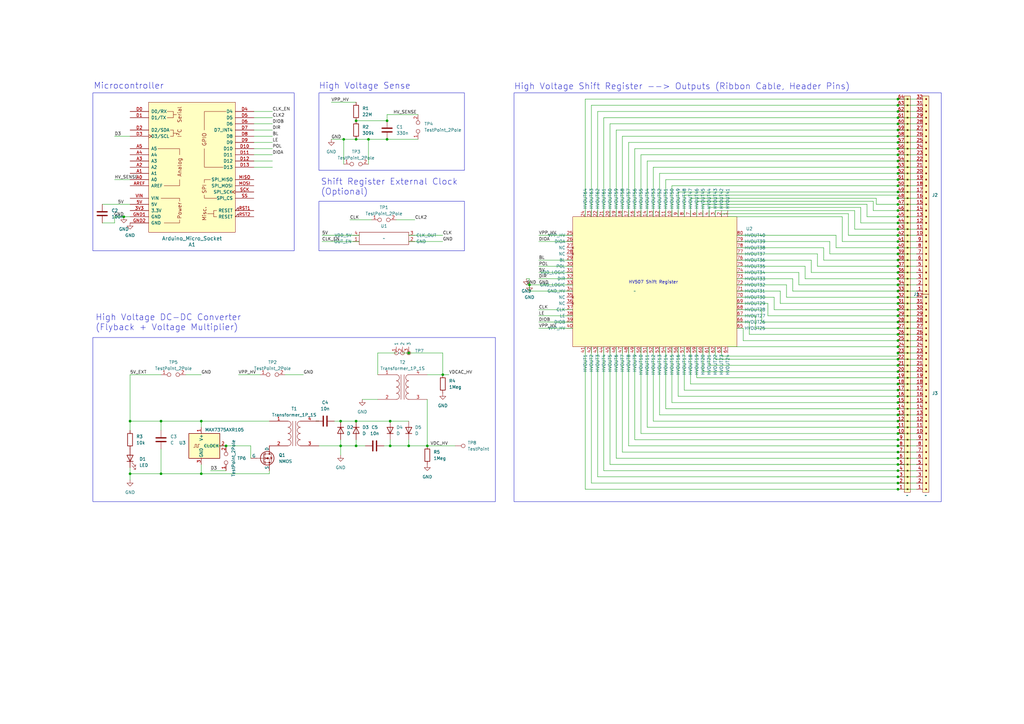
<source format=kicad_sch>
(kicad_sch (version 20231120) (generator "eeschema") (generator_version "8.0")
  (paper "A3")
  (junction (at 160.02 172.72))
  (junction (at 368.3 182.88))
  (junction (at 368.3 195.58))
  (junction (at 368.3 101.6))
  (junction (at 368.3 40.64))
  (junction (at 368.3 200.66))
  (junction (at 368.3 60.96))
  (junction (at 368.3 160.02))
  (junction (at 53.34 172.72))
  (junction (at 368.3 58.42))
  (junction (at 160.02 182.88))
  (junction (at 368.3 55.88))
  (junction (at 368.3 177.8))
  (junction (at 368.3 180.34))
  (junction (at 368.3 162.56))
  (junction (at 368.3 119.38))
  (junction (at 368.3 129.54))
  (junction (at 368.3 198.12))
  (junction (at 146.05 57.15))
  (junction (at 368.3 187.96))
  (junction (at 139.7 172.72))
  (junction (at 368.3 185.42))
  (junction (at 167.64 182.88))
  (junction (at 368.3 78.74))
  (junction (at 368.3 53.34))
  (junction (at 158.75 49.53))
  (junction (at 368.3 137.16))
  (junction (at 368.3 152.4))
  (junction (at 368.3 76.2))
  (junction (at 368.3 167.64))
  (junction (at 368.3 96.52))
  (junction (at 368.3 99.06))
  (junction (at 146.05 172.72))
  (junction (at 368.3 81.28))
  (junction (at 368.3 134.62))
  (junction (at 368.3 154.94))
  (junction (at 368.3 170.18))
  (junction (at 368.3 132.08))
  (junction (at 368.3 144.78))
  (junction (at 368.3 114.3))
  (junction (at 368.3 157.48))
  (junction (at 368.3 111.76))
  (junction (at 368.3 149.86))
  (junction (at 368.3 66.04))
  (junction (at 66.04 172.72))
  (junction (at 368.3 86.36))
  (junction (at 368.3 142.24))
  (junction (at 368.3 91.44))
  (junction (at 82.55 194.31))
  (junction (at 53.34 194.31))
  (junction (at 368.3 43.18))
  (junction (at 368.3 73.66))
  (junction (at 368.3 172.72))
  (junction (at 66.04 194.31))
  (junction (at 368.3 50.8))
  (junction (at 368.3 116.84))
  (junction (at 167.64 144.78))
  (junction (at 368.3 124.46))
  (junction (at 368.3 106.68))
  (junction (at 92.71 182.88))
  (junction (at 368.3 147.32))
  (junction (at 368.3 193.04))
  (junction (at 368.3 104.14))
  (junction (at 368.3 45.72))
  (junction (at 50.8 88.9))
  (junction (at 368.3 93.98))
  (junction (at 158.75 57.15))
  (junction (at 181.61 153.67))
  (junction (at 368.3 88.9))
  (junction (at 368.3 83.82))
  (junction (at 140.97 57.15))
  (junction (at 368.3 165.1))
  (junction (at 368.3 175.26))
  (junction (at 368.3 109.22))
  (junction (at 82.55 172.72))
  (junction (at 368.3 139.7))
  (junction (at 151.13 57.15))
  (junction (at 368.3 63.5))
  (junction (at 368.3 127))
  (junction (at 368.3 71.12))
  (junction (at 175.26 182.88))
  (junction (at 368.3 68.58))
  (junction (at 146.05 182.88))
  (junction (at 139.7 182.88))
  (junction (at 146.05 49.53))
  (junction (at 368.3 190.5))
  (junction (at 368.3 48.26))
  (junction (at 368.3 121.92))
  (junction (at 217.17 116.84))
  (wire (pts (xy 368.3 45.72) (xy 375.92 45.72)))
  (wire (pts (xy 368.3 165.1) (xy 375.92 165.1)))
  (wire (pts (xy 368.3 76.2) (xy 375.92 76.2)))
  (wire (pts (xy 368.3 50.8) (xy 375.92 50.8)))
  (wire (pts (xy 290.83 149.86) (xy 368.3 149.86)))
  (wire (pts (xy 92.71 182.88) (xy 83.82 182.88)))
  (wire (pts (xy 53.34 172.72) (xy 53.34 176.53)))
  (wire (pts (xy 302.26 101.6) (xy 337.82 101.6)))
  (wire (pts (xy 368.3 109.22) (xy 375.92 109.22)))
  (wire (pts (xy 111.76 63.5) (xy 104.14 63.5)))
  (wire (pts (xy 368.3 116.84) (xy 375.92 116.84)))
  (wire (pts (xy 262.89 88.9) (xy 262.89 63.5)))
  (wire (pts (xy 368.3 81.28) (xy 375.92 81.28)))
  (wire (pts (xy 82.55 190.5) (xy 82.55 194.31)))
  (wire (pts (xy 368.3 182.88) (xy 257.81 182.88)))
  (wire (pts (xy 135.89 41.91) (xy 146.05 41.91)))
  (wire (pts (xy 116.84 153.67) (xy 124.46 153.67)))
  (wire (pts (xy 368.3 146.05) (xy 368.3 144.78)))
  (wire (pts (xy 260.35 180.34) (xy 368.3 180.34)))
  (wire (pts (xy 368.3 86.36) (xy 358.14 86.36)))
  (wire (pts (xy 302.26 116.84) (xy 322.58 116.84)))
  (wire (pts (xy 158.75 57.15) (xy 171.45 57.15)))
  (wire (pts (xy 240.03 200.66) (xy 368.3 200.66)))
  (wire (pts (xy 368.3 154.94) (xy 375.92 154.94)))
  (wire (pts (xy 358.14 82.55) (xy 285.75 82.55)))
  (wire (pts (xy 368.3 101.6) (xy 375.92 101.6)))
  (wire (pts (xy 167.64 96.52) (xy 181.61 96.52)))
  (wire (pts (xy 304.8 134.62) (xy 302.26 134.62)))
  (wire (pts (xy 353.06 85.09) (xy 290.83 85.09)))
  (wire (pts (xy 273.05 73.66) (xy 368.3 73.66)))
  (wire (pts (xy 368.3 127) (xy 375.92 127)))
  (wire (pts (xy 295.91 146.05) (xy 368.3 146.05)))
  (wire (pts (xy 368.3 114.3) (xy 375.92 114.3)))
  (wire (pts (xy 368.3 80.01) (xy 368.3 81.28)))
  (wire (pts (xy 280.67 80.01) (xy 280.67 88.9)))
  (wire (pts (xy 82.55 194.31) (xy 110.49 194.31)))
  (wire (pts (xy 295.91 88.9) (xy 295.91 87.63)))
  (wire (pts (xy 257.81 58.42) (xy 368.3 58.42)))
  (wire (pts (xy 368.3 48.26) (xy 375.92 48.26)))
  (wire (pts (xy 252.73 88.9) (xy 252.73 53.34)))
  (wire (pts (xy 46.99 88.9) (xy 46.99 91.44)))
  (wire (pts (xy 368.3 73.66) (xy 375.92 73.66)))
  (wire (pts (xy 368.3 58.42) (xy 375.92 58.42)))
  (wire (pts (xy 288.29 88.9) (xy 288.29 83.82)))
  (wire (pts (xy 368.3 170.18) (xy 375.92 170.18)))
  (wire (pts (xy 368.3 147.32) (xy 293.37 147.32)))
  (wire (pts (xy 359.41 81.28) (xy 359.41 83.82)))
  (wire (pts (xy 355.6 83.82) (xy 355.6 88.9)))
  (wire (pts (xy 288.29 152.4) (xy 288.29 142.24)))
  (wire (pts (xy 368.3 195.58) (xy 375.92 195.58)))
  (wire (pts (xy 111.76 50.8) (xy 104.14 50.8)))
  (wire (pts (xy 111.76 68.58) (xy 104.14 68.58)))
  (wire (pts (xy 111.76 53.34) (xy 104.14 53.34)))
  (wire (pts (xy 368.3 91.44) (xy 375.92 91.44)))
  (wire (pts (xy 368.3 152.4) (xy 375.92 152.4)))
  (wire (pts (xy 111.76 45.72) (xy 104.14 45.72)))
  (wire (pts (xy 250.19 142.24) (xy 250.19 190.5)))
  (wire (pts (xy 368.3 172.72) (xy 267.97 172.72)))
  (wire (pts (xy 76.2 153.67) (xy 82.55 153.67)))
  (wire (pts (xy 280.67 160.02) (xy 368.3 160.02)))
  (wire (pts (xy 295.91 87.63) (xy 347.98 87.63)))
  (wire (pts (xy 307.34 137.16) (xy 368.3 137.16)))
  (wire (pts (xy 290.83 85.09) (xy 290.83 88.9)))
  (wire (pts (xy 255.27 88.9) (xy 255.27 55.88)))
  (wire (pts (xy 135.89 57.15) (xy 140.97 57.15)))
  (wire (pts (xy 368.3 185.42) (xy 375.92 185.42)))
  (wire (pts (xy 368.3 129.54) (xy 375.92 129.54)))
  (wire (pts (xy 368.3 180.34) (xy 375.92 180.34)))
  (wire (pts (xy 265.43 142.24) (xy 265.43 175.26)))
  (wire (pts (xy 146.05 49.53) (xy 158.75 49.53)))
  (wire (pts (xy 368.3 177.8) (xy 262.89 177.8)))
  (wire (pts (xy 92.71 182.88) (xy 102.87 182.88)))
  (wire (pts (xy 270.51 170.18) (xy 368.3 170.18)))
  (wire (pts (xy 160.02 180.34) (xy 160.02 182.88)))
  (wire (pts (xy 220.98 132.08) (xy 234.95 132.08)))
  (wire (pts (xy 275.59 165.1) (xy 368.3 165.1)))
  (wire (pts (xy 262.89 63.5) (xy 368.3 63.5)))
  (wire (pts (xy 265.43 88.9) (xy 265.43 66.04)))
  (wire (pts (xy 53.34 153.67) (xy 66.04 153.67)))
  (wire (pts (xy 220.98 129.54) (xy 234.95 129.54)))
  (wire (pts (xy 309.88 134.62) (xy 309.88 129.54)))
  (wire (pts (xy 217.17 119.38) (xy 217.17 116.84)))
  (wire (pts (xy 181.61 153.67) (xy 184.15 153.67)))
  (wire (pts (xy 293.37 147.32) (xy 293.37 142.24)))
  (wire (pts (xy 66.04 194.31) (xy 82.55 194.31)))
  (wire (pts (xy 368.3 144.78) (xy 375.92 144.78)))
  (wire (pts (xy 215.9 116.84) (xy 217.17 116.84)))
  (wire (pts (xy 368.3 147.32) (xy 375.92 147.32)))
  (wire (pts (xy 50.8 88.9) (xy 46.99 88.9)))
  (wire (pts (xy 250.19 50.8) (xy 368.3 50.8)))
  (wire (pts (xy 245.11 142.24) (xy 245.11 195.58)))
  (wire (pts (xy 359.41 83.82) (xy 368.3 83.82)))
  (wire (pts (xy 146.05 172.72) (xy 160.02 172.72)))
  (wire (pts (xy 368.3 182.88) (xy 375.92 182.88)))
  (wire (pts (xy 368.3 121.92) (xy 375.92 121.92)))
  (wire (pts (xy 302.26 121.92) (xy 317.5 121.92)))
  (wire (pts (xy 283.21 88.9) (xy 283.21 81.28)))
  (wire (pts (xy 273.05 167.64) (xy 273.05 142.24)))
  (wire (pts (xy 143.51 90.17) (xy 152.4 90.17)))
  (wire (pts (xy 167.64 182.88) (xy 175.26 182.88)))
  (wire (pts (xy 157.48 182.88) (xy 160.02 182.88)))
  (wire (pts (xy 66.04 172.72) (xy 53.34 172.72)))
  (wire (pts (xy 217.17 116.84) (xy 217.17 114.3)))
  (wire (pts (xy 368.3 157.48) (xy 375.92 157.48)))
  (wire (pts (xy 342.9 101.6) (xy 368.3 101.6)))
  (wire (pts (xy 86.36 193.04) (xy 92.71 193.04)))
  (wire (pts (xy 252.73 187.96) (xy 252.73 142.24)))
  (wire (pts (xy 368.3 88.9) (xy 375.92 88.9)))
  (wire (pts (xy 368.3 152.4) (xy 288.29 152.4)))
  (wire (pts (xy 368.3 80.01) (xy 280.67 80.01)))
  (wire (pts (xy 102.87 182.88) (xy 102.87 187.96)))
  (wire (pts (xy 368.3 53.34) (xy 375.92 53.34)))
  (wire (pts (xy 340.36 99.06) (xy 302.26 99.06)))
  (wire (pts (xy 66.04 172.72) (xy 82.55 172.72)))
  (wire (pts (xy 66.04 194.31) (xy 53.34 194.31)))
  (wire (pts (xy 353.06 91.44) (xy 353.06 85.09)))
  (wire (pts (xy 350.52 93.98) (xy 368.3 93.98)))
  (wire (pts (xy 368.3 111.76) (xy 375.92 111.76)))
  (wire (pts (xy 368.3 193.04) (xy 375.92 193.04)))
  (wire (pts (xy 368.3 55.88) (xy 375.92 55.88)))
  (wire (pts (xy 368.3 198.12) (xy 375.92 198.12)))
  (wire (pts (xy 267.97 172.72) (xy 267.97 142.24)))
  (wire (pts (xy 368.3 66.04) (xy 375.92 66.04)))
  (wire (pts (xy 368.3 142.24) (xy 375.92 142.24)))
  (wire (pts (xy 317.5 121.92) (xy 317.5 127)))
  (wire (pts (xy 368.3 63.5) (xy 375.92 63.5)))
  (wire (pts (xy 111.76 58.42) (xy 104.14 58.42)))
  (wire (pts (xy 368.3 99.06) (xy 375.92 99.06)))
  (wire (pts (xy 111.76 60.96) (xy 104.14 60.96)))
  (wire (pts (xy 368.3 139.7) (xy 375.92 139.7)))
  (wire (pts (xy 368.3 71.12) (xy 375.92 71.12)))
  (wire (pts (xy 146.05 180.34) (xy 146.05 182.88)))
  (wire (pts (xy 217.17 119.38) (xy 234.95 119.38)))
  (wire (pts (xy 220.98 114.3) (xy 234.95 114.3)))
  (wire (pts (xy 320.04 124.46) (xy 320.04 119.38)))
  (wire (pts (xy 290.83 142.24) (xy 290.83 149.86)))
  (wire (pts (xy 247.65 48.26) (xy 368.3 48.26)))
  (wire (pts (xy 220.98 111.76) (xy 234.95 111.76)))
  (wire (pts (xy 275.59 76.2) (xy 368.3 76.2)))
  (wire (pts (xy 368.3 91.44) (xy 353.06 91.44)))
  (wire (pts (xy 240.03 40.64) (xy 368.3 40.64)))
  (wire (pts (xy 146.05 182.88) (xy 149.86 182.88)))
  (wire (pts (xy 368.3 172.72) (xy 375.92 172.72)))
  (wire (pts (xy 368.3 193.04) (xy 247.65 193.04)))
  (wire (pts (xy 368.3 119.38) (xy 375.92 119.38)))
  (wire (pts (xy 220.98 99.06) (xy 234.95 99.06)))
  (wire (pts (xy 139.7 180.34) (xy 139.7 182.88)))
  (wire (pts (xy 53.34 88.9) (xy 50.8 88.9)))
  (wire (pts (xy 220.98 109.22) (xy 234.95 109.22)))
  (wire (pts (xy 171.45 46.99) (xy 158.75 46.99)))
  (wire (pts (xy 220.98 134.62) (xy 234.95 134.62)))
  (wire (pts (xy 181.61 144.78) (xy 167.64 144.78)))
  (wire (pts (xy 285.75 82.55) (xy 285.75 88.9)))
  (wire (pts (xy 293.37 86.36) (xy 350.52 86.36)))
  (wire (pts (xy 41.91 83.82) (xy 53.34 83.82)))
  (wire (pts (xy 368.3 99.06) (xy 345.44 99.06)))
  (wire (pts (xy 252.73 53.34) (xy 368.3 53.34)))
  (wire (pts (xy 148.59 163.83) (xy 154.94 163.83)))
  (wire (pts (xy 167.64 99.06) (xy 181.61 99.06)))
  (wire (pts (xy 302.26 127) (xy 312.42 127)))
  (wire (pts (xy 46.99 91.44) (xy 41.91 91.44)))
  (wire (pts (xy 278.13 78.74) (xy 368.3 78.74)))
  (wire (pts (xy 257.81 88.9) (xy 257.81 58.42)))
  (wire (pts (xy 140.97 57.15) (xy 146.05 57.15)))
  (wire (pts (xy 285.75 154.94) (xy 368.3 154.94)))
  (wire (pts (xy 82.55 172.72) (xy 82.55 175.26)))
  (wire (pts (xy 368.3 83.82) (xy 375.92 83.82)))
  (wire (pts (xy 160.02 172.72) (xy 167.64 172.72)))
  (wire (pts (xy 368.3 177.8) (xy 375.92 177.8)))
  (wire (pts (xy 368.3 175.26) (xy 375.92 175.26)))
  (wire (pts (xy 335.28 104.14) (xy 302.26 104.14)))
  (wire (pts (xy 368.3 162.56) (xy 375.92 162.56)))
  (wire (pts (xy 317.5 127) (xy 368.3 127)))
  (wire (pts (xy 158.75 46.99) (xy 158.75 49.53)))
  (wire (pts (xy 288.29 83.82) (xy 355.6 83.82)))
  (wire (pts (xy 332.74 111.76) (xy 368.3 111.76)))
  (wire (pts (xy 355.6 88.9) (xy 368.3 88.9)))
  (wire (pts (xy 255.27 185.42) (xy 368.3 185.42)))
  (wire (pts (xy 368.3 167.64) (xy 273.05 167.64)))
  (wire (pts (xy 273.05 88.9) (xy 273.05 73.66)))
  (wire (pts (xy 110.49 194.31) (xy 110.49 193.04)))
  (wire (pts (xy 368.3 106.68) (xy 375.92 106.68)))
  (wire (pts (xy 154.94 144.78) (xy 154.94 153.67)))
  (wire (pts (xy 139.7 172.72) (xy 146.05 172.72)))
  (wire (pts (xy 242.57 88.9) (xy 242.57 43.18)))
  (wire (pts (xy 368.3 109.22) (xy 335.28 109.22)))
  (wire (pts (xy 111.76 48.26) (xy 104.14 48.26)))
  (wire (pts (xy 97.79 153.67) (xy 106.68 153.67)))
  (wire (pts (xy 260.35 142.24) (xy 260.35 180.34)))
  (wire (pts (xy 130.81 172.72) (xy 129.54 172.72)))
  (wire (pts (xy 137.16 172.72) (xy 139.7 172.72)))
  (wire (pts (xy 130.81 182.88) (xy 139.7 182.88)))
  (wire (pts (xy 368.3 104.14) (xy 375.92 104.14)))
  (wire (pts (xy 302.26 106.68) (xy 332.74 106.68)))
  (wire (pts (xy 140.97 57.15) (xy 140.97 67.31)))
  (wire (pts (xy 181.61 144.78) (xy 181.61 153.67)))
  (wire (pts (xy 242.57 142.24) (xy 242.57 198.12)))
  (wire (pts (xy 265.43 175.26) (xy 368.3 175.26)))
  (wire (pts (xy 146.05 57.15) (xy 151.13 57.15)))
  (wire (pts (xy 327.66 116.84) (xy 368.3 116.84)))
  (wire (pts (xy 167.64 180.34) (xy 167.64 182.88)))
  (wire (pts (xy 368.3 134.62) (xy 309.88 134.62)))
  (wire (pts (xy 368.3 119.38) (xy 325.12 119.38)))
  (wire (pts (xy 220.98 127) (xy 234.95 127)))
  (wire (pts (xy 53.34 194.31) (xy 53.34 191.77)))
  (wire (pts (xy 368.3 190.5) (xy 375.92 190.5)))
  (wire (pts (xy 368.3 134.62) (xy 375.92 134.62)))
  (wire (pts (xy 337.82 101.6) (xy 337.82 106.68)))
  (wire (pts (xy 270.51 142.24) (xy 270.51 170.18)))
  (wire (pts (xy 139.7 182.88) (xy 146.05 182.88)))
  (wire (pts (xy 255.27 142.24) (xy 255.27 185.42)))
  (wire (pts (xy 53.34 153.67) (xy 53.34 172.72)))
  (wire (pts (xy 298.45 142.24) (xy 368.3 142.24)))
  (wire (pts (xy 242.57 198.12) (xy 368.3 198.12)))
  (wire (pts (xy 368.3 93.98) (xy 375.92 93.98)))
  (wire (pts (xy 302.26 124.46) (xy 314.96 124.46)))
  (wire (pts (xy 342.9 96.52) (xy 342.9 101.6)))
  (wire (pts (xy 330.2 114.3) (xy 330.2 109.22)))
  (wire (pts (xy 245.11 195.58) (xy 368.3 195.58)))
  (wire (pts (xy 245.11 88.9) (xy 245.11 45.72)))
  (wire (pts (xy 151.13 57.15) (xy 151.13 67.31)))
  (wire (pts (xy 368.3 68.58) (xy 375.92 68.58)))
  (wire (pts (xy 302.26 111.76) (xy 327.66 111.76)))
  (wire (pts (xy 162.56 90.17) (xy 170.18 90.17)))
  (wire (pts (xy 320.04 124.46) (xy 368.3 124.46)))
  (wire (pts (xy 368.3 86.36) (xy 375.92 86.36)))
  (wire (pts (xy 46.99 55.88) (xy 53.34 55.88)))
  (wire (pts (xy 262.89 177.8) (xy 262.89 142.24)))
  (wire (pts (xy 111.76 55.88) (xy 104.14 55.88)))
  (wire (pts (xy 285.75 142.24) (xy 285.75 154.94)))
  (wire (pts (xy 368.3 200.66) (xy 375.92 200.66)))
  (wire (pts (xy 325.12 114.3) (xy 302.26 114.3)))
  (wire (pts (xy 132.08 96.52) (xy 147.32 96.52)))
  (wire (pts (xy 250.19 88.9) (xy 250.19 50.8)))
  (wire (pts (xy 314.96 129.54) (xy 314.96 124.46)))
  (wire (pts (xy 368.3 187.96) (xy 375.92 187.96)))
  (wire (pts (xy 295.91 142.24) (xy 295.91 146.05)))
  (wire (pts (xy 368.3 139.7) (xy 304.8 139.7)))
  (wire (pts (xy 368.3 149.86) (xy 375.92 149.86)))
  (wire (pts (xy 302.26 96.52) (xy 342.9 96.52)))
  (wire (pts (xy 151.13 57.15) (xy 158.75 57.15)))
  (wire (pts (xy 278.13 88.9) (xy 278.13 78.74)))
  (wire (pts (xy 175.26 153.67) (xy 181.61 153.67)))
  (wire (pts (xy 368.3 114.3) (xy 330.2 114.3)))
  (wire (pts (xy 350.52 86.36) (xy 350.52 93.98)))
  (wire (pts (xy 66.04 176.53) (xy 66.04 172.72)))
  (wire (pts (xy 368.3 104.14) (xy 340.36 104.14)))
  (wire (pts (xy 165.1 144.78) (xy 167.64 144.78)))
  (wire (pts (xy 220.98 106.68) (xy 234.95 106.68)))
  (wire (pts (xy 345.44 88.9) (xy 345.44 99.06)))
  (wire (pts (xy 368.3 187.96) (xy 252.73 187.96)))
  (wire (pts (xy 247.65 193.04) (xy 247.65 142.24)))
  (wire (pts (xy 368.3 60.96) (xy 375.92 60.96)))
  (wire (pts (xy 358.14 86.36) (xy 358.14 82.55)))
  (wire (pts (xy 175.26 182.88) (xy 186.69 182.88)))
  (wire (pts (xy 260.35 88.9) (xy 260.35 60.96)))
  (wire (pts (xy 368.3 162.56) (xy 278.13 162.56)))
  (wire (pts (xy 53.34 196.85) (xy 53.34 194.31)))
  (wire (pts (xy 247.65 88.9) (xy 247.65 48.26)))
  (wire (pts (xy 139.7 182.88) (xy 139.7 186.69)))
  (wire (pts (xy 304.8 139.7) (xy 304.8 134.62)))
  (wire (pts (xy 267.97 68.58) (xy 368.3 68.58)))
  (wire (pts (xy 275.59 88.9) (xy 275.59 76.2)))
  (wire (pts (xy 265.43 66.04) (xy 368.3 66.04)))
  (wire (pts (xy 283.21 157.48) (xy 283.21 142.24)))
  (wire (pts (xy 280.67 142.24) (xy 280.67 160.02)))
  (wire (pts (xy 302.26 129.54) (xy 309.88 129.54)))
  (wire (pts (xy 46.99 73.66) (xy 53.34 73.66)))
  (wire (pts (xy 368.3 160.02) (xy 375.92 160.02)))
  (wire (pts (xy 368.3 157.48) (xy 283.21 157.48)))
  (wire (pts (xy 337.82 106.68) (xy 368.3 106.68)))
  (wire (pts (xy 242.57 43.18) (xy 368.3 43.18)))
  (wire (pts (xy 368.3 132.08) (xy 375.92 132.08)))
  (wire (pts (xy 278.13 162.56) (xy 278.13 142.24)))
  (wire (pts (xy 368.3 167.64) (xy 375.92 167.64)))
  (wire (pts (xy 217.17 116.84) (xy 234.95 116.84)))
  (wire (pts (xy 298.45 88.9) (xy 345.44 88.9)))
  (wire (pts (xy 275.59 142.24) (xy 275.59 165.1)))
  (wire (pts (xy 368.3 40.64) (xy 375.92 40.64)))
  (wire (pts (xy 240.03 88.9) (xy 240.03 40.64)))
  (wire (pts (xy 312.42 127) (xy 312.42 132.08)))
  (wire (pts (xy 347.98 96.52) (xy 368.3 96.52)))
  (wire (pts (xy 368.3 96.52) (xy 375.92 96.52)))
  (wire (pts (xy 132.08 99.06) (xy 147.32 99.06)))
  (wire (pts (xy 312.42 132.08) (xy 368.3 132.08)))
  (wire (pts (xy 66.04 184.15) (xy 66.04 194.31)))
  (wire (pts (xy 240.03 142.24) (xy 240.03 200.66)))
  (wire (pts (xy 250.19 190.5) (xy 368.3 190.5)))
  (wire (pts (xy 368.3 129.54) (xy 314.96 129.54)))
  (wire (pts (xy 368.3 78.74) (xy 375.92 78.74)))
  (wire (pts (xy 82.55 172.72) (xy 110.49 172.72)))
  (wire (pts (xy 332.74 106.68) (xy 332.74 111.76)))
  (wire (pts (xy 368.3 124.46) (xy 375.92 124.46)))
  (wire (pts (xy 322.58 116.84) (xy 322.58 121.92)))
  (wire (pts (xy 154.94 144.78) (xy 162.56 144.78)))
  (wire (pts (xy 302.26 132.08) (xy 307.34 132.08)))
  (wire (pts (xy 335.28 109.22) (xy 335.28 104.14)))
  (wire (pts (xy 160.02 182.88) (xy 167.64 182.88)))
  (wire (pts (xy 325.12 119.38) (xy 325.12 114.3)))
  (wire (pts (xy 260.35 60.96) (xy 368.3 60.96)))
  (wire (pts (xy 245.11 45.72) (xy 368.3 45.72)))
  (wire (pts (xy 267.97 88.9) (xy 267.97 68.58)))
  (wire (pts (xy 347.98 87.63) (xy 347.98 96.52)))
  (wire (pts (xy 270.51 71.12) (xy 368.3 71.12)))
  (wire (pts (xy 340.36 104.14) (xy 340.36 99.06)))
  (wire (pts (xy 320.04 119.38) (xy 302.26 119.38)))
  (wire (pts (xy 368.3 137.16) (xy 375.92 137.16)))
  (wire (pts (xy 270.51 88.9) (xy 270.51 71.12)))
  (wire (pts (xy 327.66 111.76) (xy 327.66 116.84)))
  (wire (pts (xy 307.34 132.08) (xy 307.34 137.16)))
  (wire (pts (xy 322.58 121.92) (xy 368.3 121.92)))
  (wire (pts (xy 368.3 43.18) (xy 375.92 43.18)))
  (wire (pts (xy 330.2 109.22) (xy 302.26 109.22)))
  (wire (pts (xy 220.98 96.52) (xy 234.95 96.52)))
  (wire (pts (xy 175.26 163.83) (xy 175.26 182.88)))
  (wire (pts (xy 217.17 114.3) (xy 215.9 114.3)))
  (wire (pts (xy 255.27 55.88) (xy 368.3 55.88)))
  (wire (pts (xy 257.81 182.88) (xy 257.81 142.24)))
  (wire (pts (xy 283.21 81.28) (xy 359.41 81.28)))
  (wire (pts (xy 111.76 66.04) (xy 104.14 66.04)))
  (wire (pts (xy 293.37 88.9) (xy 293.37 86.36)))
  (rectangle (start 210.82 38.1) (end 386.08 205.74))
  (rectangle (start 130.81 82.55) (end 190.5 102.87))
  (rectangle (start 38.1 38.1) (end 120.65 102.87))
  (rectangle (start 38.1 138.43) (end 203.2 205.74))
  (rectangle (start 130.81 38.1) (end 190.5 69.85))
  (text "HV507 Shift Register" (at 257.81 115.824 0) (effects (font (size 1.27 1.27)) (justify left)))
  (text "High Voltage DC-DC Converter\n(Flyback + Voltage Multiplier)" (at 39.116 132.334 0) (effects (font (size 2.54 2.54)) (justify left)))
  (text "High Voltage Shift Register --> Outputs (Ribbon Cable, Header Pins)" (at 210.82 35.56 0) (effects (font (size 2.54 2.54)) (justify left)))
  (text "Shift Register External Clock\n(Optional)" (at 131.572 76.708 0) (effects (font (size 2.54 2.54)) (justify left)))
  (text "Microcontroller" (at 52.832 35.306 0) (effects (font (size 2.54 2.54))))
  (text "High Voltage Sense" (at 149.606 35.306 0) (effects (font (size 2.54 2.54))))
  (label "VPP_HV" (at 220.98 134.62 0))
  (label "VPP_HV" (at 135.89 41.91 0))
  (label "DIOA" (at 111.76 63.5 0))
  (label "DIR" (at 220.98 114.3 0))
  (label "LE" (at 111.76 58.42 0))
  (label "DIOA" (at 220.98 99.06 0))
  (label "CLK_EN" (at 111.76 45.72 0))
  (label "GND" (at 135.89 57.15 0))
  (label "DIR" (at 111.76 53.34 0))
  (label "VDC_HV" (at 176.53 182.88 0))
  (label "HV_SENSE" (at 46.99 73.66 0))
  (label "D3" (at 86.36 193.04 0))
  (label "HV_SENSE" (at 161.29 46.99 0))
  (label "CLK2" (at 111.76 48.26 0))
  (label "5V" (at 132.08 96.52 0))
  (label "POL" (at 220.98 109.22 0))
  (label "GND" (at 220.98 116.84 0))
  (label "VDCAC_HV" (at 184.15 153.67 0))
  (label "GND" (at 82.55 153.67 0))
  (label "GND" (at 124.46 153.67 0))
  (label "CLK_EN" (at 132.08 99.06 0))
  (label "LE" (at 220.98 129.54 0))
  (label "CLK" (at 220.98 127 0))
  (label "BL" (at 111.76 55.88 0))
  (label "CLK" (at 181.61 96.52 0))
  (label "BL" (at 220.98 106.68 0))
  (label "CLK" (at 143.51 90.17 0))
  (label "5V" (at 220.98 111.76 0))
  (label "CLK2" (at 170.18 90.17 0))
  (label "GND" (at 215.9 116.84 0))
  (label "D3" (at 46.99 55.88 0))
  (label "DIOB" (at 220.98 132.08 0))
  (label "GND" (at 50.8 88.9 180))
  (label "VPP_HV" (at 220.98 96.52 0))
  (label "5V_EXT" (at 53.34 153.67 0))
  (label "5V" (at 50.8 83.82 180))
  (label "VPP_HV" (at 97.79 153.67 0))
  (label "DIOB" (at 111.76 50.8 0))
  (label "POL" (at 111.76 60.96 0))
  (label "GND" (at 181.61 99.06 0))
  (symbol (lib_id "User_Defined_Custom_Components:CONN_HEADER_VERT_32x1POS_2.54MM") (at 379.73 203.2 180) (unit 1)
    (property "Reference" "J3" (at 382.27 161.29 0) (effects (justify right)))
    (property "Value" "~" (at 379.73 203.2 0))
    (property "Footprint" "User_Defined_Custom_Components:CF25321D0R0-10-NH" (effects (hide yes)))
  )
  (symbol (lib_id "Connector:TestPoint_2Pole") (at 92.71 187.96 90) (unit 1)
    (property "Reference" "TP6" (at 97.282 187.96 90) (effects (justify right)))
    (property "Value" "TestPoint_2Pole" (at 95.758 195.58 0) (effects (justify left)))
    (property "Footprint" "Connector_PinHeader_2.54mm:PinHeader_1x02_P2.54mm_Vertical" (effects (hide yes)))
  )
  (symbol (lib_id "Device:C") (at 41.91 87.63 0) (unit 1)
    (property "Reference" "C2" (at 45.72 86.36 0) (effects (justify left)))
    (property "Value" "100n" (at 45.72 88.9 0) (effects (justify left)))
    (property "Footprint" "Capacitor_SMD:C_0603_1608Metric_Pad1.08x0.95mm_HandSolder" (effects (hide yes)))
  )
  (symbol (lib_id "Device:C") (at 158.75 53.34 0) (unit 1)
    (property "Reference" "C1" (at 162.56 52.07 0) (effects (justify left)))
    (property "Value" "330n" (at 162.56 54.61 0) (effects (justify left)))
    (property "Footprint" "Capacitor_SMD:C_0603_1608Metric_Pad1.08x0.95mm_HandSolder" (effects (hide yes)))
  )
  (symbol (lib_id "Device:C") (at 133.35 172.72 90) (unit 1)
    (property "Reference" "C4" (at 133.35 165.1 90))
    (property "Value" "10n" (at 133.35 167.64 90))
    (property "Footprint" "Capacitor_SMD:C_0603_1608Metric_Pad1.08x0.95mm_HandSolder" (effects (hide yes)))
  )
  (symbol (lib_id "power:GND") (at 50.8 88.9 0) (unit 1)
    (property "Reference" "#PWR02" (effects (hide yes)))
    (property "Value" "GND" (at 50.8 93.98 0))
  )
  (symbol (lib_id "power:GND") (at 217.17 116.84 0) (unit 1)
    (property "Reference" "#PWR04" (effects (hide yes)))
    (property "Value" "GND" (at 217.17 121.92 0))
  )
  (symbol (lib_id "power:GND") (at 175.26 190.5 0) (unit 1)
    (property "Reference" "#PWR010" (effects (hide yes)))
    (property "Value" "GND" (at 175.26 195.58 0))
  )
  (symbol (lib_id "Connector:TestPoint_2Pole") (at 157.48 90.17 0) (unit 1)
    (property "Reference" "TP1" (at 157.48 85.09 0))
    (property "Value" "TestPoint_2Pole" (at 157.48 87.63 0))
    (property "Footprint" "Connector_PinHeader_2.54mm:PinHeader_1x02_P2.54mm_Vertical" (effects (hide yes)))
  )
  (symbol (lib_id "power:GND") (at 53.34 196.85 0) (unit 1)
    (property "Reference" "#PWR06" (effects (hide yes)))
    (property "Value" "GND" (at 53.34 201.93 0))
  )
  (symbol (lib_id "PCM_arduino-library:Arduino_Micro_Socket") (at 78.74 68.58 0) (unit 1)
    (property "Reference" "A1" (at 78.74 100.33 0) (effects (font (size 1.524 1.524))))
    (property "Value" "Arduino_Micro_Socket" (at 78.74 97.79 0) (effects (font (size 1.524 1.524))))
    (property "Footprint" "User_Defined_Custom_Components:Arduino_Micro_Socket_ProbeRow" (effects (hide yes)))
    (property "Datasheet" "https://docs.arduino.cc/hardware/micro" (effects (hide yes)))
  )
  (symbol (lib_id "Device:D") (at 139.7 176.53 270) (unit 1)
    (property "Reference" "D2" (at 142.24 175.26 90) (effects (justify left)))
    (property "Value" "D" (at 142.24 177.8 90) (effects (justify left)))
    (property "Footprint" "Package_TO_SOT_THT:TO-220-2_Vertical" (effects (hide yes)))
    (property "Sim.Device" "D" (effects (hide yes)))
    (property "Sim.Pins" "1=K 2=A" (effects (hide yes)))
  )
  (symbol (lib_id "Device:R") (at 181.61 157.48 0) (unit 1)
    (property "Reference" "R4" (at 184.15 156.21 0) (effects (justify left)))
    (property "Value" "1Meg" (at 184.15 158.75 0) (effects (justify left)))
    (property "Footprint" "Resistor_SMD:R_0805_2012Metric_Pad1.20x1.40mm_HandSolder" (effects (hide yes)))
  )
  (symbol (lib_id "User_Defined_Custom_Components:CONN_HEADER_VERT_64x1POS_2.54MM") (at 372.11 203.2 180) (unit 1)
    (property "Reference" "J1" (at 374.65 120.65 0) (effects (justify right)))
    (property "Value" "~" (at 372.11 203.2 0))
    (property "Footprint" "User_Defined_Custom_Components:PinHeader_32x2_P2.54mm_Vertical2" (effects (hide yes)))
  )
  (symbol (lib_id "Device:Transformer_1P_1S") (at 120.65 177.8 0) (unit 1)
    (property "Reference" "T1" (at 120.6627 167.64 0))
    (property "Value" "Transformer_1P_1S" (at 120.6627 170.18 0))
    (property "Footprint" "User_Defined_Custom_Components:UA7868-AE Coupled Inductor" (effects (hide yes)))
  )
  (symbol (lib_id "Device:R") (at 53.34 180.34 0) (unit 1)
    (property "Reference" "R3" (at 55.88 179.07 0) (effects (justify left)))
    (property "Value" "10k" (at 55.88 181.61 0) (effects (justify left)))
    (property "Footprint" "Resistor_SMD:R_0805_2012Metric_Pad1.20x1.40mm_HandSolder" (effects (hide yes)))
  )
  (symbol (lib_id "User_Defined_Custom_Components:CONN_HEADER_VERT_32x1POS_2.54MM") (at 379.73 121.92 180) (unit 1)
    (property "Reference" "J2" (at 382.27 80.01 0) (effects (justify right)))
    (property "Value" "~" (at 379.73 121.92 0))
    (property "Footprint" "User_Defined_Custom_Components:CF25321D0R0-10-NH" (effects (hide yes)))
  )
  (symbol (lib_id "Connector:TestPoint_2Pole") (at 171.45 52.07 90) (unit 1)
    (property "Reference" "TP4" (at 173.99 50.8 90) (effects (justify right)))
    (property "Value" "TestPoint_2Pole" (at 173.99 53.34 90) (effects (justify right)))
    (property "Footprint" "Connector_PinHeader_2.54mm:PinHeader_1x02_P2.54mm_Vertical" (effects (hide yes)))
  )
  (symbol (lib_id "Device:C") (at 153.67 182.88 90) (unit 1)
    (property "Reference" "C5" (at 153.67 175.26 90))
    (property "Value" "10n" (at 153.67 177.8 90))
    (property "Footprint" "Capacitor_SMD:C_0603_1608Metric_Pad1.08x0.95mm_HandSolder" (effects (hide yes)))
  )
  (symbol (lib_id "Device:D") (at 146.05 176.53 270) (unit 1)
    (property "Reference" "D3" (at 148.59 175.26 90) (effects (justify left)))
    (property "Value" "D" (at 148.59 177.8 90) (effects (justify left)))
    (property "Footprint" "Diode_SMD:D_SOD-523" (effects (hide yes)))
    (property "Sim.Device" "D" (effects (hide yes)))
    (property "Sim.Pins" "1=K 2=A" (effects (hide yes)))
  )
  (symbol (lib_id "Device:D") (at 167.64 176.53 90) (unit 1)
    (property "Reference" "D5" (at 170.18 175.26 90) (effects (justify right)))
    (property "Value" "D" (at 170.18 177.8 90) (effects (justify right)))
    (property "Footprint" "Diode_SMD:D_SOD-523" (effects (hide yes)))
    (property "Sim.Device" "D" (effects (hide yes)))
    (property "Sim.Pins" "1=K 2=A" (effects (hide yes)))
  )
  (symbol (lib_id "power:GND") (at 181.61 161.29 0) (unit 1)
    (property "Reference" "#PWR08" (effects (hide yes)))
    (property "Value" "GND" (at 181.61 166.37 0))
  )
  (symbol (lib_id "Device:Transformer_1P_1S") (at 165.1 158.75 0) (unit 1)
    (property "Reference" "T2" (at 165.1127 148.59 0))
    (property "Value" "Transformer_1P_1S" (at 165.1127 151.13 0))
    (property "Footprint" "User_Defined_Custom_Components:LPD5030V 1-1 Coupled Inductor" (effects (hide yes)))
  )
  (symbol (lib_id "power:GND") (at 139.7 186.69 0) (unit 1)
    (property "Reference" "#PWR07" (effects (hide yes)))
    (property "Value" "GND" (at 139.7 191.77 0))
  )
  (symbol (lib_id "Simulation_SPICE:NMOS") (at 107.95 187.96 0) (unit 1)
    (property "Reference" "Q1" (at 114.3 186.69 0) (effects (justify left)))
    (property "Value" "NMOS" (at 114.3 189.23 0) (effects (justify left)))
    (property "Footprint" "Package_TO_SOT_SMD:SOT-883" (effects (hide yes)))
    (property "Datasheet" "https://ngspice.sourceforge.io/docs/ngspice-manual.pdf" (effects (hide yes)))
    (property "Sim.Device" "NMOS" (effects (hide yes)))
    (property "Sim.Type" "VDMOS" (effects (hide yes)))
    (property "Sim.Pins" "1=D 2=G 3=S" (effects (hide yes)))
  )
  (symbol (lib_id "Device:R") (at 146.05 45.72 0) (unit 1)
    (property "Reference" "R1" (at 148.59 44.45 0) (effects (justify left)))
    (property "Value" "22M" (at 148.59 46.99 0) (effects (justify left)))
    (property "Footprint" "Resistor_SMD:R_0805_2012Metric_Pad1.20x1.40mm_HandSolder" (effects (hide yes)))
  )
  (symbol (lib_id "Device:R") (at 175.26 186.69 0) (unit 1)
    (property "Reference" "R5" (at 177.8 185.42 0) (effects (justify left)))
    (property "Value" "1Meg" (at 177.8 187.96 0) (effects (justify left)))
    (property "Footprint" "Resistor_SMD:R_0805_2012Metric_Pad1.20x1.40mm_HandSolder" (effects (hide yes)))
  )
  (symbol (lib_id "power:GND") (at 215.9 114.3 0) (unit 1)
    (property "Reference" "#PWR03" (effects (hide yes)))
    (property "Value" "GND" (at 215.9 119.38 0))
  )
  (symbol (lib_id "User_Defined_Custom_Components:FK0800019Q") (at 157.48 97.79 0) (unit 1)
    (property "Reference" "U1" (at 157.48 92.71 0))
    (property "Value" "~" (at 157.48 97.79 0))
    (property "Footprint" "User_Defined_Custom_Components:SMD-4_3.2x2.5" (effects (hide yes)))
    (property "Datasheet" "https://www.digikey.com/en/products/detail/diodes-incorporated/FK0800019Q/9766338" (effects (hide yes)))
  )
  (symbol (lib_id "power:GND") (at 135.89 57.15 0) (unit 1)
    (property "Reference" "#PWR01" (effects (hide yes)))
    (property "Value" "GND" (at 135.89 62.23 0))
  )
  (symbol (lib_id "User_Defined_Custom_Components:TestPoint_3Pole") (at 165.1 144.78 0) (unit 1)
    (property "Reference" "TP7" (at 170.18 143.891 0) (effects (justify left)))
    (property "Value" "~" (at 163.83 144.78 0))
    (property "Footprint" "Connector_PinHeader_2.54mm:PinHeader_1x03_P2.54mm_Vertical" (effects (hide yes)))
  )
  (symbol (lib_id "Connector:TestPoint_2Pole") (at 146.05 67.31 0) (unit 1)
    (property "Reference" "TP3" (at 146.05 62.23 0))
    (property "Value" "TestPoint_2Pole" (at 146.05 64.77 0))
    (property "Footprint" "Connector_PinHeader_2.54mm:PinHeader_1x02_P2.54mm_Vertical" (effects (hide yes)))
  )
  (symbol (lib_id "Device:D") (at 160.02 176.53 90) (unit 1)
    (property "Reference" "D4" (at 162.56 175.26 90) (effects (justify right)))
    (property "Value" "D" (at 162.56 177.8 90) (effects (justify right)))
    (property "Footprint" "Package_TO_SOT_THT:TO-220-2_Vertical" (effects (hide yes)))
    (property "Sim.Device" "D" (effects (hide yes)))
    (property "Sim.Pins" "1=K 2=A" (effects (hide yes)))
  )
  (symbol (lib_id "Device:LED") (at 53.34 187.96 90) (unit 1)
    (property "Reference" "D1" (at 57.15 188.2775 90) (effects (justify right)))
    (property "Value" "LED" (at 57.15 190.8175 90) (effects (justify right)))
    (property "Footprint" "Capacitor_SMD:C_0603_1608Metric_Pad1.08x0.95mm_HandSolder" (effects (hide yes)))
  )
  (symbol (lib_id "Device:R") (at 146.05 53.34 0) (unit 1)
    (property "Reference" "R2" (at 148.59 52.07 0) (effects (justify left)))
    (property "Value" "309k" (at 148.59 54.61 0) (effects (justify left)))
    (property "Footprint" "Resistor_SMD:R_0805_2012Metric_Pad1.20x1.40mm_HandSolder" (effects (hide yes)))
  )
  (symbol (lib_id "Device:C") (at 66.04 180.34 180) (unit 1)
    (property "Reference" "C3" (at 69.85 179.07 0) (effects (justify right)))
    (property "Value" "C" (at 69.85 181.61 0) (effects (justify right)))
    (property "Footprint" "Capacitor_SMD:C_0603_1608Metric_Pad1.08x0.95mm_HandSolder" (effects (hide yes)))
  )
  (symbol (lib_id "User_Defined_Custom_Components:HV507PG-G") (at 267.97 116.84 180) (unit 1)
    (property "Reference" "U2" (at 307.34 93.8021 0))
    (property "Value" "~" (at 260.35 119.38 0))
    (property "Footprint" "Package_QFP:PQFP-80_14x20mm_P0.8mm" (effects (hide yes)))
    (property "Datasheet" "https://ww1.microchip.com/downloads/en/DeviceDoc/20005845A.pdf" (effects (hide yes)))
  )
  (symbol (lib_id "Connector:TestPoint_2Pole") (at 111.76 153.67 0) (unit 1)
    (property "Reference" "TP2" (at 111.76 148.59 0))
    (property "Value" "TestPoint_2Pole" (at 111.76 151.13 0))
    (property "Footprint" "Connector_PinHeader_2.54mm:PinHeader_1x02_P2.54mm_Vertical" (effects (hide yes)))
  )
  (symbol (lib_id "power:GND") (at 148.59 163.83 0) (unit 1)
    (property "Reference" "#PWR09" (effects (hide yes)))
    (property "Value" "GND" (at 148.59 168.91 0))
  )
  (symbol (lib_id "Connector:TestPoint_2Pole") (at 71.12 153.67 0) (unit 1)
    (property "Reference" "TP5" (at 71.12 148.59 0))
    (property "Value" "TestPoint_2Pole" (at 71.12 151.13 0))
    (property "Footprint" "Connector_PinHeader_2.54mm:PinHeader_1x02_P2.54mm_Vertical" (effects (hide yes)))
  )
  (symbol (lib_id "Connector:TestPoint") (at 186.69 182.88 270) (unit 1)
    (property "Reference" "TP8" (at 191.77 181.61 90) (effects (justify left)))
    (property "Value" "TestPoint" (at 191.77 184.15 90) (effects (justify left)))
    (property "Footprint" "Connector_PinHeader_2.54mm:PinHeader_1x01_P2.54mm_Vertical" (effects (hide yes)))
  )
  (symbol (lib_id "Oscillator:MAX7375AXR105") (at 82.55 182.88 0) (unit 1)
    (property "Reference" "U3" (at 76.2 181.61 0) (effects (justify right)))
    (property "Value" "MAX7375AXR105" (at 100.076 176.276 0) (effects (justify right)))
    (property "Footprint" "Package_TO_SOT_SMD:SOT-323_SC-70" (effects (hide yes)))
    (property "Datasheet" "https://datasheets.maximintegrated.com/en/ds/MAX7375.pdf" (effects (hide yes)))
  )
  (symbol (lib_id "power:GND") (at 53.34 91.44 0) (unit 1)
    (property "Reference" "#PWR05" (effects (hide yes)))
    (property "Value" "GND" (at 53.34 96.52 0))
  )
)
</source>
